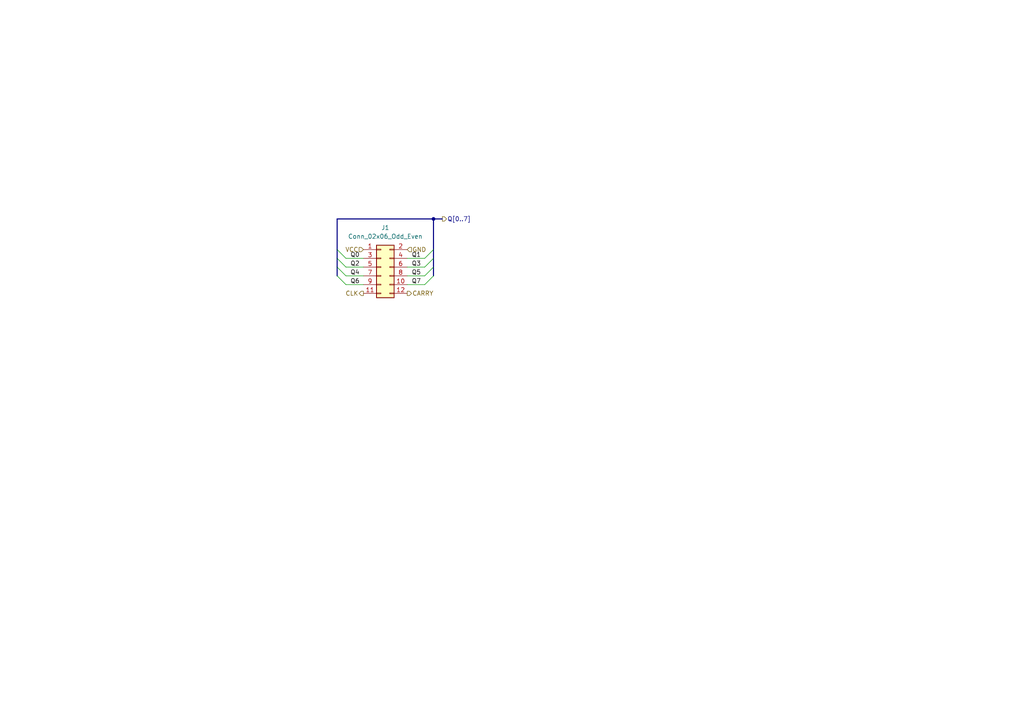
<source format=kicad_sch>
(kicad_sch (version 20230121) (generator eeschema)
  (paper "A4")
  (lib_symbols
    (symbol "Connector_Generic:Conn_02x06_Odd_Even" (pin_names (offset 1.016) hide)
      (property "Reference" "J" (at 1.27 7.62 0))
      (property "Value" "Conn_02x06_Odd_Even" (at 1.27 -10.16 0))
      (symbol "Conn_02x06_Odd_Even_1_1"
        (rectangle (start -1.27 -7.493) (end 0 -7.747) (stroke (width 0.1524)))
        (rectangle (start -1.27 -4.953) (end 0 -5.207) (stroke (width 0.1524)))
        (rectangle (start -1.27 -2.413) (end 0 -2.667) (stroke (width 0.1524)))
        (rectangle (start -1.27 0.127) (end 0 -0.127) (stroke (width 0.1524)))
        (rectangle (start -1.27 2.667) (end 0 2.413) (stroke (width 0.1524)))
        (rectangle (start -1.27 5.207) (end 0 4.953) (stroke (width 0.1524)))
        (rectangle (start -1.27 6.35) (end 3.81 -8.89) (stroke (width 0.254)) (fill (type background)))
        (rectangle (start 3.81 -7.493) (end 2.54 -7.747) (stroke (width 0.1524)))
        (rectangle (start 3.81 -4.953) (end 2.54 -5.207) (stroke (width 0.1524)))
        (rectangle (start 3.81 -2.413) (end 2.54 -2.667) (stroke (width 0.1524)))
        (rectangle (start 3.81 0.127) (end 2.54 -0.127) (stroke (width 0.1524)))
        (rectangle (start 3.81 2.667) (end 2.54 2.413) (stroke (width 0.1524)))
        (rectangle (start 3.81 5.207) (end 2.54 4.953) (stroke (width 0.1524)))
        (pin passive line (at -5.08 5.08 0) (length 3.81) (name "Pin_1") (number "1"))
        (pin passive line (at 7.62 -5.08 180) (length 3.81) (name "Pin_10") (number "10"))
        (pin passive line (at -5.08 -7.62 0) (length 3.81) (name "Pin_11") (number "11"))
        (pin passive line (at 7.62 -7.62 180) (length 3.81) (name "Pin_12") (number "12"))
        (pin passive line (at 7.62 5.08 180) (length 3.81) (name "Pin_2") (number "2"))
        (pin passive line (at -5.08 2.54 0) (length 3.81) (name "Pin_3") (number "3"))
        (pin passive line (at 7.62 2.54 180) (length 3.81) (name "Pin_4") (number "4"))
        (pin passive line (at -5.08 0 0) (length 3.81) (name "Pin_5") (number "5"))
        (pin passive line (at 7.62 0 180) (length 3.81) (name "Pin_6") (number "6"))
        (pin passive line (at -5.08 -2.54 0) (length 3.81) (name "Pin_7") (number "7"))
        (pin passive line (at 7.62 -2.54 180) (length 3.81) (name "Pin_8") (number "8"))
        (pin passive line (at -5.08 -5.08 0) (length 3.81) (name "Pin_9") (number "9"))
      )
    )
  )
  (junction (at 125.73 63.5))
  (bus_entry (at 100.33 77.47) (size -2.54 -2.54))
  (bus_entry (at 100.33 82.55) (size -2.54 -2.54))
  (bus_entry (at 100.33 80.01) (size -2.54 -2.54))
  (bus_entry (at 123.19 74.93) (size 2.54 -2.54))
  (bus_entry (at 100.33 74.93) (size -2.54 -2.54))
  (bus_entry (at 123.19 80.01) (size 2.54 -2.54))
  (bus_entry (at 123.19 77.47) (size 2.54 -2.54))
  (bus_entry (at 123.19 82.55) (size 2.54 -2.54))
  (wire (pts (xy 100.33 82.55) (xy 105.41 82.55)))
  (bus (pts (xy 97.79 72.39) (xy 97.79 74.93)))
  (wire (pts (xy 100.33 77.47) (xy 105.41 77.47)))
  (wire (pts (xy 118.11 80.01) (xy 123.19 80.01)))
  (bus (pts (xy 97.79 63.5) (xy 125.73 63.5)))
  (bus (pts (xy 125.73 77.47) (xy 125.73 80.01)))
  (bus (pts (xy 125.73 72.39) (xy 125.73 74.93)))
  (bus (pts (xy 97.79 63.5) (xy 97.79 72.39)))
  (bus (pts (xy 97.79 77.47) (xy 97.79 80.01)))
  (wire (pts (xy 118.11 77.47) (xy 123.19 77.47)))
  (wire (pts (xy 100.33 74.93) (xy 105.41 74.93)))
  (wire (pts (xy 118.11 74.93) (xy 123.19 74.93)))
  (bus (pts (xy 128.27 63.5) (xy 125.73 63.5)))
  (wire (pts (xy 118.11 82.55) (xy 123.19 82.55)))
  (wire (pts (xy 100.33 80.01) (xy 105.41 80.01)))
  (bus (pts (xy 125.73 63.5) (xy 125.73 72.39)))
  (bus (pts (xy 125.73 74.93) (xy 125.73 77.47)))
  (bus (pts (xy 97.79 74.93) (xy 97.79 77.47)))
  (label "Q2" (at 101.6 77.47 0))
  (label "Q0" (at 101.6 74.93 0))
  (label "Q3" (at 119.38 77.47 0))
  (label "Q4" (at 101.6 80.01 0))
  (label "Q5" (at 119.38 80.01 0))
  (label "Q6" (at 101.6 82.55 0))
  (label "Q1" (at 119.38 74.93 0))
  (label "Q7" (at 119.38 82.55 0))
  (hierarchical_label "CARRY" (shape output) (at 118.11 85.09 0))
  (hierarchical_label "CLK" (shape output) (at 105.41 85.09 180))
  (hierarchical_label "VCC" (shape input) (at 105.41 72.39 180))
  (hierarchical_label "Q[0..7]" (shape output) (at 128.27 63.5 0))
  (hierarchical_label "GND" (shape input) (at 118.11 72.39 0))
  (symbol (lib_id "Connector_Generic:Conn_02x06_Odd_Even") (at 110.49 77.47 0) (unit 1)
    (property "Reference" "J1" (at 111.76 66.04 0))
    (property "Value" "Conn_02x06_Odd_Even" (at 111.76 68.58 0))
    (property "Footprint" "Connector_IDC:IDC-Header_2x06_P2.54mm_Vertical" (effects hide))
  )
)
</source>
